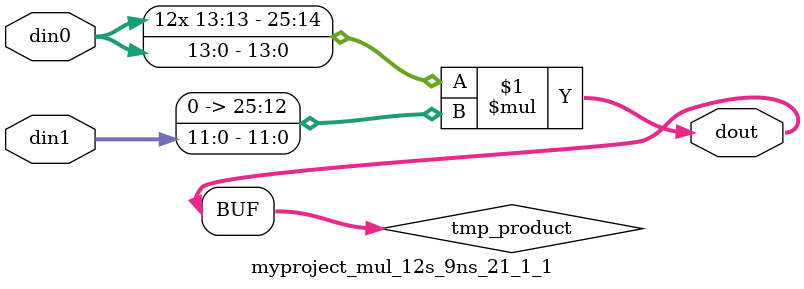
<source format=v>

`timescale 1 ns / 1 ps

 module myproject_mul_12s_9ns_21_1_1(din0, din1, dout);
parameter ID = 1;
parameter NUM_STAGE = 0;
parameter din0_WIDTH = 14;
parameter din1_WIDTH = 12;
parameter dout_WIDTH = 26;

input [din0_WIDTH - 1 : 0] din0; 
input [din1_WIDTH - 1 : 0] din1; 
output [dout_WIDTH - 1 : 0] dout;

wire signed [dout_WIDTH - 1 : 0] tmp_product;


























assign tmp_product = $signed(din0) * $signed({1'b0, din1});









assign dout = tmp_product;





















endmodule

</source>
